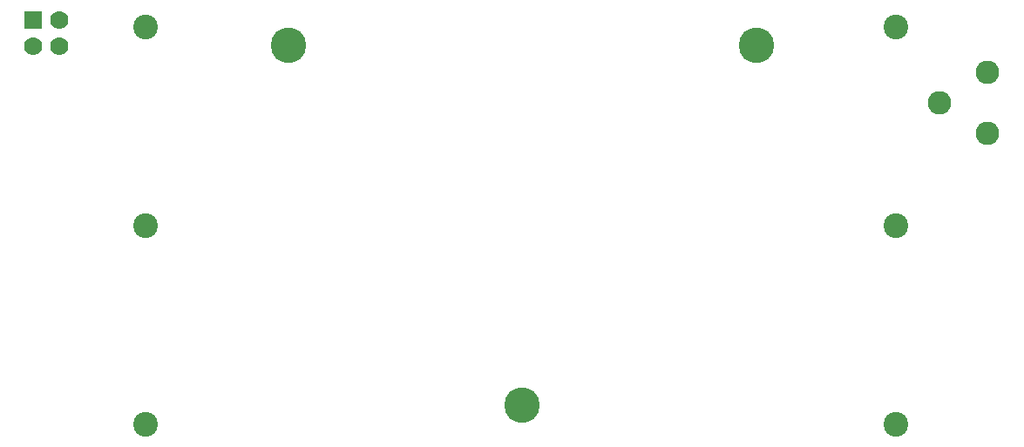
<source format=gtl>
G04*
G04 #@! TF.GenerationSoftware,Altium Limited,Altium Designer,22.0.2 (36)*
G04*
G04 Layer_Physical_Order=1*
G04 Layer_Color=255*
%FSLAX25Y25*%
%MOIN*%
G70*
G04*
G04 #@! TF.SameCoordinates,B0134727-A30E-443A-9B04-D8BCE479AFC3*
G04*
G04*
G04 #@! TF.FilePolarity,Positive*
G04*
G01*
G75*
%ADD20C,0.07000*%
%ADD21R,0.07000X0.07000*%
%ADD22C,0.09000*%
%ADD23C,0.09449*%
%ADD24C,0.13543*%
%ADD25C,0.13543*%
D20*
X20000Y165000D02*
D03*
Y175000D02*
D03*
X10000Y165000D02*
D03*
D21*
Y175000D02*
D03*
D22*
X375000Y155000D02*
D03*
Y131378D02*
D03*
X356496Y143189D02*
D03*
D23*
X52809Y96300D02*
D03*
X339816D02*
D03*
Y20316D02*
D03*
X52809D02*
D03*
X339816Y172284D02*
D03*
X52809D02*
D03*
D24*
X196923Y27450D02*
D03*
D25*
X286490Y165246D02*
D03*
X107356D02*
D03*
M02*

</source>
